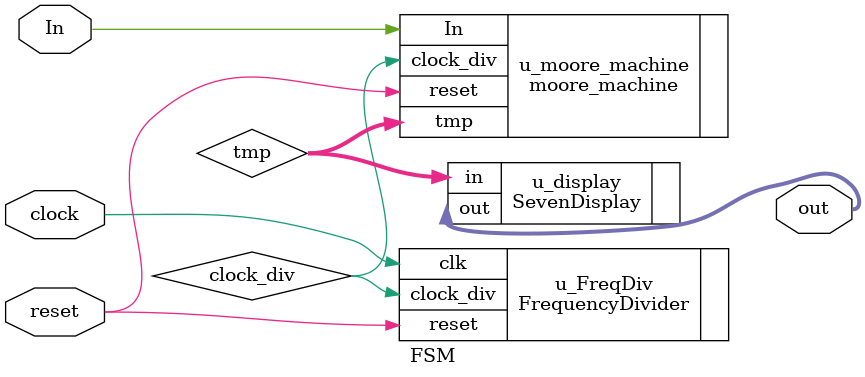
<source format=v>
module FSM(clock, reset, In, out);

input clock, reset, In;
output [6:0] out;

wire clock_div;
wire [3:0] tmp;

FrequencyDivider u_FreqDiv(.clk(clock), .reset(reset), .clock_div(clock_div));

moore_machine u_moore_machine(.clock_div(clock_div), .reset(reset), .In(In), .tmp(tmp));

SevenDisplay u_display(.in(tmp), .out(out));

endmodule

</source>
